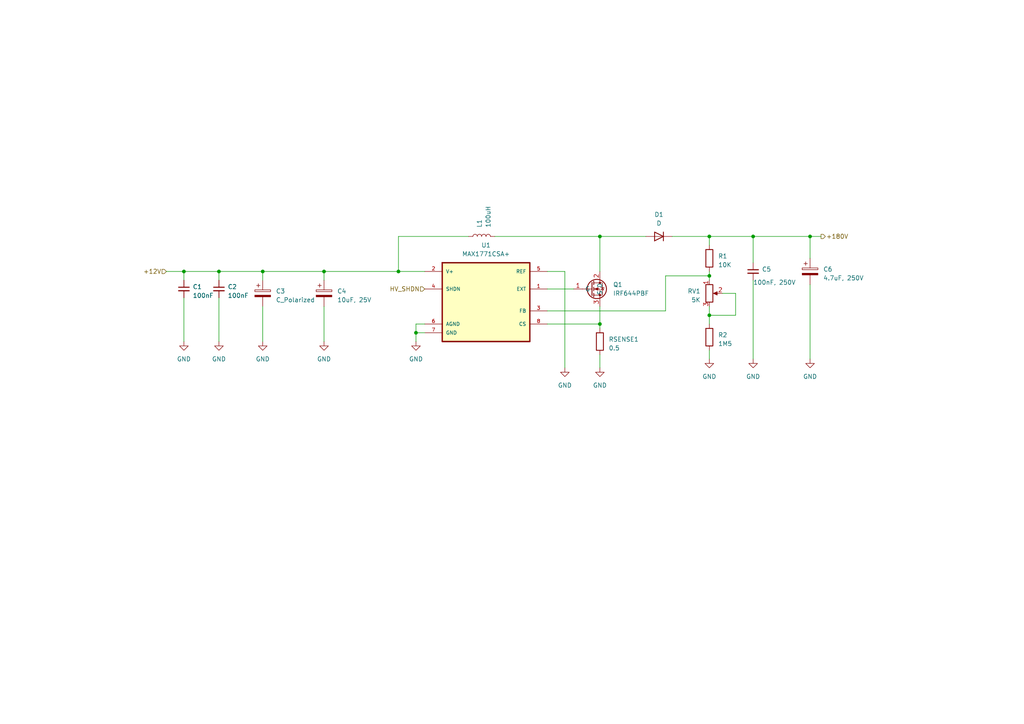
<source format=kicad_sch>
(kicad_sch (version 20210621) (generator eeschema)
  (paper "A4")
  (title_block (title "IN18 nixie clock") (date "2021-06-20") (rev "V0.1"))
  (lib_symbols
    (symbol "Device:C_Polarized" (pin_numbers hide) (pin_names (offset 0.254))
      (property "Reference" "C" (at 0.635 2.54 0))
      (property "Value" "C_Polarized" (at 0.635 -2.54 0))
      (symbol "C_Polarized_0_1"
        (rectangle (start -2.286 0.508) (end 2.286 1.016))
        (rectangle (start 2.286 -0.508) (end -2.286 -1.016) (fill (type outline)))
        (polyline (pts (xy -1.778 2.286) (xy -0.762 2.286)))
        (polyline (pts (xy -1.27 2.794) (xy -1.27 1.778)))
      )
      (symbol "C_Polarized_1_1"
        (pin passive line (at 0 3.81 270) (length 2.794) (name "~") (number "1"))
        (pin passive line (at 0 -3.81 90) (length 2.794) (name "~") (number "2"))
      )
    )
    (symbol "Device:C_Small" (pin_numbers hide) (pin_names (offset 0.254) hide)
      (property "Reference" "C" (at 0.254 1.778 0))
      (property "Value" "C_Small" (at 0.254 -2.032 0))
      (symbol "C_Small_0_1"
        (polyline (pts (xy -1.524 -0.508) (xy 1.524 -0.508)) (stroke (width 0.3302)))
        (polyline (pts (xy -1.524 0.508) (xy 1.524 0.508)) (stroke (width 0.3048)))
      )
      (symbol "C_Small_1_1"
        (pin passive line (at 0 2.54 270) (length 2.032) (name "~") (number "1"))
        (pin passive line (at 0 -2.54 90) (length 2.032) (name "~") (number "2"))
      )
    )
    (symbol "Device:D" (pin_numbers hide) (pin_names (offset 1.016) hide)
      (property "Reference" "D" (at 0 2.54 0))
      (property "Value" "D" (at 0 -2.54 0))
      (symbol "D_0_1"
        (polyline (pts (xy -1.27 1.27) (xy -1.27 -1.27)) (stroke (width 0.254)))
        (polyline (pts (xy 1.27 0) (xy -1.27 0)))
        (polyline (pts (xy 1.27 1.27) (xy 1.27 -1.27) (xy -1.27 0) (xy 1.27 1.27)) (stroke (width 0.254)))
      )
      (symbol "D_1_1"
        (pin passive line (at -3.81 0 0) (length 2.54) (name "K") (number "1"))
        (pin passive line (at 3.81 0 180) (length 2.54) (name "A") (number "2"))
      )
    )
    (symbol "Device:L" (pin_numbers hide) (pin_names (offset 1.016) hide)
      (property "Reference" "L" (at -1.27 0 90))
      (property "Value" "L" (at 1.905 0 90))
      (symbol "L_0_1"
        (arc (start 0 -2.54) (end 0 -1.27) (radius (at 0 -1.905) (length 0.635) (angles -89.9 89.9)))
        (arc (start 0 -1.27) (end 0 0) (radius (at 0 -0.635) (length 0.635) (angles -89.9 89.9)))
        (arc (start 0 0) (end 0 1.27) (radius (at 0 0.635) (length 0.635) (angles -89.9 89.9)))
        (arc (start 0 1.27) (end 0 2.54) (radius (at 0 1.905) (length 0.635) (angles -89.9 89.9)))
      )
      (symbol "L_1_1"
        (pin passive line (at 0 3.81 270) (length 1.27) (name "1") (number "1"))
        (pin passive line (at 0 -3.81 90) (length 1.27) (name "2") (number "2"))
      )
    )
    (symbol "Device:R" (pin_numbers hide) (pin_names (offset 0))
      (property "Reference" "R" (at 2.032 0 90))
      (property "Value" "R" (at 0 0 90))
      (symbol "R_0_1"
        (rectangle (start -1.016 -2.54) (end 1.016 2.54) (stroke (width 0.254)))
      )
      (symbol "R_1_1"
        (pin passive line (at 0 3.81 270) (length 1.27) (name "~") (number "1"))
        (pin passive line (at 0 -3.81 90) (length 1.27) (name "~") (number "2"))
      )
    )
    (symbol "Device:R_Potentiometer" (pin_names (offset 1.016) hide)
      (property "Reference" "RV" (at -4.445 0 90))
      (property "Value" "R_Potentiometer" (at -2.54 0 90))
      (symbol "R_Potentiometer_0_1"
        (rectangle (start 1.016 2.54) (end -1.016 -2.54) (stroke (width 0.254)))
        (polyline (pts (xy 2.54 0) (xy 1.524 0)))
        (polyline (pts (xy 1.143 0) (xy 2.286 0.508) (xy 2.286 -0.508) (xy 1.143 0)) (fill (type outline)))
      )
      (symbol "R_Potentiometer_1_1"
        (pin passive line (at 0 3.81 270) (length 1.27) (name "1") (number "1"))
        (pin passive line (at 3.81 0 180) (length 1.27) (name "2") (number "2"))
        (pin passive line (at 0 -3.81 90) (length 1.27) (name "3") (number "3"))
      )
    )
    (symbol "FET_user:IRF644PBF" (pin_names (offset 0.762))
      (property "Reference" "Q" (at 7.62 12.7 0))
      (property "Value" "IRF644PBF" (at 7.62 10.16 0))
      (symbol "IRF644PBF_0_1"
        (circle (center 1.651 0) (radius 2.794) (stroke (width 0.254)))
        (circle (center 2.54 -1.778) (radius 0.254) (fill (type outline)))
        (circle (center 2.54 1.778) (radius 0.254) (fill (type outline)))
        (polyline (pts (xy 0.254 0) (xy -2.54 0)))
        (polyline (pts (xy 0.254 1.905) (xy 0.254 -1.905)) (stroke (width 0.254)))
        (polyline (pts (xy 0.762 -1.27) (xy 0.762 -2.286)) (stroke (width 0.254)))
        (polyline (pts (xy 0.762 0.508) (xy 0.762 -0.508)) (stroke (width 0.254)))
        (polyline (pts (xy 0.762 2.286) (xy 0.762 1.27)) (stroke (width 0.254)))
        (polyline (pts (xy 2.54 2.54) (xy 2.54 1.778)))
        (polyline (pts (xy 2.54 -2.54) (xy 2.54 0) (xy 0.762 0)))
        (polyline (pts (xy 0.762 -1.778) (xy 3.302 -1.778) (xy 3.302 1.778) (xy 0.762 1.778)))
        (polyline (pts (xy 2.794 0.508) (xy 2.921 0.381) (xy 3.683 0.381) (xy 3.81 0.254)))
        (polyline (pts (xy 3.302 0.381) (xy 2.921 -0.254) (xy 3.683 -0.254) (xy 3.302 0.381)))
        (polyline (pts (xy 1.016 0) (xy 2.032 0.381) (xy 2.032 -0.381) (xy 1.016 0)) (fill (type outline)))
      )
      (symbol "IRF644PBF_1_1"
        (pin input line (at -5.08 0 0) (length 2.54) (name "G") (number "1"))
        (pin passive line (at 2.54 5.08 270) (length 2.54) (name "D") (number "2"))
        (pin passive line (at 2.54 -5.08 90) (length 2.54) (name "S") (number "3"))
      )
    )
    (symbol "Regulator_user:MAX1771CSA+" (pin_names (offset 1.016))
      (property "Reference" "U" (at -12.7 11.1506 0))
      (property "Value" "MAX1771CSA+" (at -12.7 -16.6878 0))
      (symbol "MAX1771CSA+_0_0"
        (rectangle (start -12.7 -12.7) (end 12.7 10.16) (stroke (width 0.4064)) (fill (type background)))
        (pin output line (at 17.78 2.54 180) (length 5.08) (name "EXT") (number "1"))
        (pin input line (at -17.78 7.62 0) (length 5.08) (name "V+") (number "2"))
        (pin input line (at 17.78 -3.81 180) (length 5.08) (name "FB") (number "3"))
        (pin input line (at -17.78 2.54 0) (length 5.08) (name "SHDN") (number "4"))
        (pin output line (at 17.78 7.62 180) (length 5.08) (name "REF") (number "5"))
        (pin power_in line (at -17.78 -7.62 0) (length 5.08) (name "AGND") (number "6"))
        (pin power_in line (at -17.78 -10.16 0) (length 5.08) (name "GND") (number "7"))
        (pin input line (at 17.78 -7.62 180) (length 5.08) (name "CS") (number "8"))
      )
    )
    (symbol "power:GND" (power) (pin_names (offset 0))
      (property "Value" "GND" (at 0 -3.81 0))
      (symbol "GND_0_1"
        (polyline (pts (xy 0 0) (xy 0 -1.27) (xy 1.27 -1.27) (xy 0 -2.54) (xy -1.27 -1.27) (xy 0 -1.27)))
      )
      (symbol "GND_1_1"
        (pin power_in line (at 0 0 270) (length 0) hide (name "GND") (number "1"))
      )
    )
  )
  (junction (at 53.34 78.74) (diameter 0.9144))
  (junction (at 63.5 78.74) (diameter 0.9144))
  (junction (at 76.2 78.74) (diameter 0.9144))
  (junction (at 93.98 78.74) (diameter 0.9144))
  (junction (at 115.57 78.74) (diameter 0.9144))
  (junction (at 120.65 96.52) (diameter 0.9144))
  (junction (at 173.99 68.58) (diameter 0.9144))
  (junction (at 173.99 93.98) (diameter 0.9144))
  (junction (at 205.74 68.58) (diameter 0.9144))
  (junction (at 205.74 80.01) (diameter 0.9144))
  (junction (at 205.74 91.44) (diameter 0.9144))
  (junction (at 218.44 68.58) (diameter 0.9144))
  (junction (at 234.95 68.58) (diameter 0.9144))
  (wire (pts (xy 48.26 78.74) (xy 53.34 78.74)))
  (wire (pts (xy 53.34 78.74) (xy 63.5 78.74)))
  (wire (pts (xy 53.34 81.28) (xy 53.34 78.74)))
  (wire (pts (xy 53.34 86.36) (xy 53.34 99.06)))
  (wire (pts (xy 63.5 78.74) (xy 76.2 78.74)))
  (wire (pts (xy 63.5 81.28) (xy 63.5 78.74)))
  (wire (pts (xy 63.5 86.36) (xy 63.5 99.06)))
  (wire (pts (xy 76.2 78.74) (xy 93.98 78.74)))
  (wire (pts (xy 76.2 81.28) (xy 76.2 78.74)))
  (wire (pts (xy 76.2 88.9) (xy 76.2 99.06)))
  (wire (pts (xy 93.98 78.74) (xy 93.98 81.28)))
  (wire (pts (xy 93.98 88.9) (xy 93.98 99.06)))
  (wire (pts (xy 115.57 68.58) (xy 115.57 78.74)))
  (wire (pts (xy 115.57 78.74) (xy 93.98 78.74)))
  (wire (pts (xy 120.65 93.98) (xy 120.65 96.52)))
  (wire (pts (xy 120.65 96.52) (xy 120.65 99.06)))
  (wire (pts (xy 123.19 78.74) (xy 115.57 78.74)))
  (wire (pts (xy 123.19 93.98) (xy 120.65 93.98)))
  (wire (pts (xy 123.19 96.52) (xy 120.65 96.52)))
  (wire (pts (xy 135.89 68.58) (xy 115.57 68.58)))
  (wire (pts (xy 143.51 68.58) (xy 173.99 68.58)))
  (wire (pts (xy 158.75 78.74) (xy 163.83 78.74)))
  (wire (pts (xy 158.75 83.82) (xy 166.37 83.82)))
  (wire (pts (xy 158.75 93.98) (xy 173.99 93.98)))
  (wire (pts (xy 163.83 78.74) (xy 163.83 106.68)))
  (wire (pts (xy 173.99 68.58) (xy 173.99 78.74)))
  (wire (pts (xy 173.99 68.58) (xy 187.325 68.58)))
  (wire (pts (xy 173.99 88.9) (xy 173.99 93.98)))
  (wire (pts (xy 173.99 93.98) (xy 173.99 95.25)))
  (wire (pts (xy 173.99 102.87) (xy 173.99 106.68)))
  (wire (pts (xy 193.04 80.01) (xy 193.04 90.17)))
  (wire (pts (xy 193.04 80.01) (xy 205.74 80.01)))
  (wire (pts (xy 193.04 90.17) (xy 158.75 90.17)))
  (wire (pts (xy 194.945 68.58) (xy 205.74 68.58)))
  (wire (pts (xy 205.74 68.58) (xy 205.74 71.12)))
  (wire (pts (xy 205.74 68.58) (xy 218.44 68.58)))
  (wire (pts (xy 205.74 78.74) (xy 205.74 80.01)))
  (wire (pts (xy 205.74 80.01) (xy 205.74 81.28)))
  (wire (pts (xy 205.74 88.9) (xy 205.74 91.44)))
  (wire (pts (xy 205.74 91.44) (xy 205.74 93.98)))
  (wire (pts (xy 205.74 101.6) (xy 205.74 104.14)))
  (wire (pts (xy 209.55 85.09) (xy 213.36 85.09)))
  (wire (pts (xy 213.36 85.09) (xy 213.36 91.44)))
  (wire (pts (xy 213.36 91.44) (xy 205.74 91.44)))
  (wire (pts (xy 218.44 68.58) (xy 218.44 76.2)))
  (wire (pts (xy 218.44 68.58) (xy 234.95 68.58)))
  (wire (pts (xy 218.44 81.28) (xy 218.44 104.14)))
  (wire (pts (xy 234.95 68.58) (xy 238.125 68.58)))
  (wire (pts (xy 234.95 74.93) (xy 234.95 68.58)))
  (wire (pts (xy 234.95 82.55) (xy 234.95 104.14)))
  (hierarchical_label "+12V" (shape input) (at 48.26 78.74 180))
  (hierarchical_label "HV_SHDN" (shape input) (at 123.19 83.82 180))
  (hierarchical_label "+180V" (shape output) (at 238.125 68.58 0))
  (symbol (lib_id "power:GND") (at 53.34 99.06 0) (unit 1)
    (property "Reference" "#PWR02" (effects hide))
    (property "Value" "GND" (at 53.34 104.14 0))
  )
  (symbol (lib_id "power:GND") (at 63.5 99.06 0) (unit 1)
    (property "Reference" "#PWR03" (effects hide))
    (property "Value" "GND" (at 63.5 104.14 0))
  )
  (symbol (lib_id "power:GND") (at 76.2 99.06 0) (unit 1)
    (property "Reference" "#PWR04" (effects hide))
    (property "Value" "GND" (at 76.2 104.14 0))
  )
  (symbol (lib_id "power:GND") (at 93.98 99.06 0) (unit 1)
    (property "Reference" "#PWR05" (effects hide))
    (property "Value" "GND" (at 93.98 104.14 0))
  )
  (symbol (lib_id "power:GND") (at 120.65 99.06 0) (unit 1)
    (property "Reference" "#PWR06" (effects hide))
    (property "Value" "GND" (at 120.65 104.14 0))
  )
  (symbol (lib_id "power:GND") (at 163.83 106.68 0) (unit 1)
    (property "Reference" "#PWR07" (effects hide))
    (property "Value" "GND" (at 163.83 111.76 0))
  )
  (symbol (lib_id "power:GND") (at 173.99 106.68 0) (unit 1)
    (property "Reference" "#PWR08" (effects hide))
    (property "Value" "GND" (at 173.99 111.76 0))
  )
  (symbol (lib_id "power:GND") (at 205.74 104.14 0) (unit 1)
    (property "Reference" "#PWR09" (effects hide))
    (property "Value" "GND" (at 205.74 109.22 0))
  )
  (symbol (lib_id "power:GND") (at 218.44 104.14 0) (unit 1)
    (property "Reference" "#PWR010" (effects hide))
    (property "Value" "GND" (at 218.44 109.22 0))
  )
  (symbol (lib_id "power:GND") (at 234.95 104.14 0) (unit 1)
    (property "Reference" "#PWR011" (effects hide))
    (property "Value" "GND" (at 234.95 109.22 0))
  )
  (symbol (lib_id "Device:L") (at 139.7 68.58 90) (unit 1)
    (property "Reference" "L1" (at 139.0649 66.04 0) (effects (justify left)))
    (property "Value" "100uH" (at 141.6049 66.04 0) (effects (justify left)))
  )
  (symbol (lib_id "Device:R") (at 173.99 99.06 0) (unit 1)
    (property "Reference" "RSENSE1" (at 176.53 98.4249 0) (effects (justify left)))
    (property "Value" "0.5" (at 176.53 100.9649 0) (effects (justify left)))
  )
  (symbol (lib_id "Device:R") (at 205.74 74.93 0) (unit 1)
    (property "Reference" "R1" (at 208.28 74.2949 0) (effects (justify left)))
    (property "Value" "10K" (at 208.28 76.8349 0) (effects (justify left)))
  )
  (symbol (lib_id "Device:R") (at 205.74 97.79 0) (unit 1)
    (property "Reference" "R2" (at 208.28 97.1549 0) (effects (justify left)))
    (property "Value" "1M5" (at 208.28 99.6949 0) (effects (justify left)))
  )
  (symbol (lib_id "Device:C_Small") (at 53.34 83.82 0) (unit 1)
    (property "Reference" "C1" (at 55.88 83.1849 0) (effects (justify left)))
    (property "Value" "100nF" (at 55.88 85.7249 0) (effects (justify left)))
    (property "Footprint" "Capacitor_SMD:C_0805_2012Metric_Pad1.18x1.45mm_HandSolder" (effects hide))
  )
  (symbol (lib_id "Device:C_Small") (at 63.5 83.82 0) (unit 1)
    (property "Reference" "C2" (at 66.04 83.1849 0) (effects (justify left)))
    (property "Value" "100nF" (at 66.04 85.7249 0) (effects (justify left)))
    (property "Footprint" "Capacitor_SMD:C_0805_2012Metric_Pad1.18x1.45mm_HandSolder" (effects hide))
  )
  (symbol (lib_id "Device:C_Small") (at 218.44 78.74 0) (unit 1)
    (property "Reference" "C5" (at 220.98 78.1049 0) (effects (justify left)))
    (property "Value" "100nF, 250V" (at 218.44 81.9149 0) (effects (justify left)))
    (property "Footprint" "Capacitor_SMD:C_0805_2012Metric_Pad1.18x1.45mm_HandSolder" (effects hide))
  )
  (symbol (lib_id "Device:D") (at 191.135 68.58 180) (unit 1)
    (property "Reference" "D1" (at 191.135 62.23 0))
    (property "Value" "D" (at 191.135 64.77 0))
  )
  (symbol (lib_id "Device:C_Polarized") (at 76.2 85.09 0) (unit 1)
    (property "Reference" "C3" (at 80.01 84.4549 0) (effects (justify left)))
    (property "Value" "C_Polarized" (at 80.01 86.9949 0) (effects (justify left)))
  )
  (symbol (lib_id "Device:C_Polarized") (at 93.98 85.09 0) (unit 1)
    (property "Reference" "C4" (at 97.79 84.4549 0) (effects (justify left)))
    (property "Value" "10uF, 25V" (at 97.79 86.9949 0) (effects (justify left)))
  )
  (symbol (lib_id "Device:C_Polarized") (at 234.95 78.74 0) (unit 1)
    (property "Reference" "C6" (at 238.76 78.1049 0) (effects (justify left)))
    (property "Value" "4.7uF, 250V" (at 238.76 80.6449 0) (effects (justify left)))
  )
  (symbol (lib_id "Device:R_Potentiometer") (at 205.74 85.09 0) (unit 1)
    (property "Reference" "RV1" (at 203.2 84.4549 0) (effects (justify right)))
    (property "Value" "5K" (at 203.2 86.9949 0) (effects (justify right)))
  )
  (symbol (lib_id "FET_user:IRF644PBF") (at 171.45 83.82 0) (unit 1)
    (property "Reference" "Q1" (at 177.8 82.5499 0) (effects (justify left)))
    (property "Value" "IRF644PBF" (at 177.8 85.0899 0) (effects (justify left)))
    (property "Footprint" "TO254P465X1024X2050-3P" (effects hide))
    (property "Datasheet" "https://componentsearchengine.com/Datasheets/2/IRF644PBF.pdf" (effects hide))
    (property "Description" "MOSFET; Power; N-Ch; VDSS 250V; RDS(ON) 0.28Ohm; ID 14A; TO-220AB; PD 125W; VGS +/-20V" (effects hide))
    (property "Height" "4.65" (effects hide))
    (property "Manufacturer_Name" "Vishay" (effects hide))
    (property "Manufacturer_Part_Number" "IRF644PBF" (effects hide))
    (property "Mouser Part Number" "844-IRF644PBF" (effects hide))
    (property "Mouser Price/Stock" "https://www.mouser.co.uk/ProductDetail/Vishay-Semiconductors/IRF644PBF?qs=cvaI6ThkwxuDIzKQDqQiag%3D%3D" (effects hide))
    (property "Arrow Part Number" "IRF644PBF" (effects hide))
    (property "Arrow Price/Stock" "https://www.arrow.com/en/products/irf644pbf/vishay" (effects hide))
  )
  (symbol (lib_id "Regulator_user:MAX1771CSA+") (at 140.97 86.36 0) (unit 1)
    (property "Reference" "U1" (at 140.97 71.12 0))
    (property "Value" "MAX1771CSA+" (at 140.97 73.66 0))
    (property "Footprint" "Regulator_user:SOIC127P600X175-8N" (effects hide))
    (property "Datasheet" "https://datasheets.maximintegrated.com/en/ds/MAX1771.pdf" (effects hide))
    (property "MF" "Maxim Integrated" (effects hide))
    (property "PRICE" "None" (effects hide))
    (property "AVAILABILITY" "Unavailable" (effects hide))
    (property "MP" "MAX1771CSA+" (effects hide))
    (property "PACKAGE" "SOIC-8 Maxim" (effects hide))
    (property "DESCRIPTION" "Boost, Buck-Boost Regulator Positive Output Step-Up, Step-Up/Step-Down DC-DC Controller IC 8-SOIC" (effects hide))
  )
)
</source>
